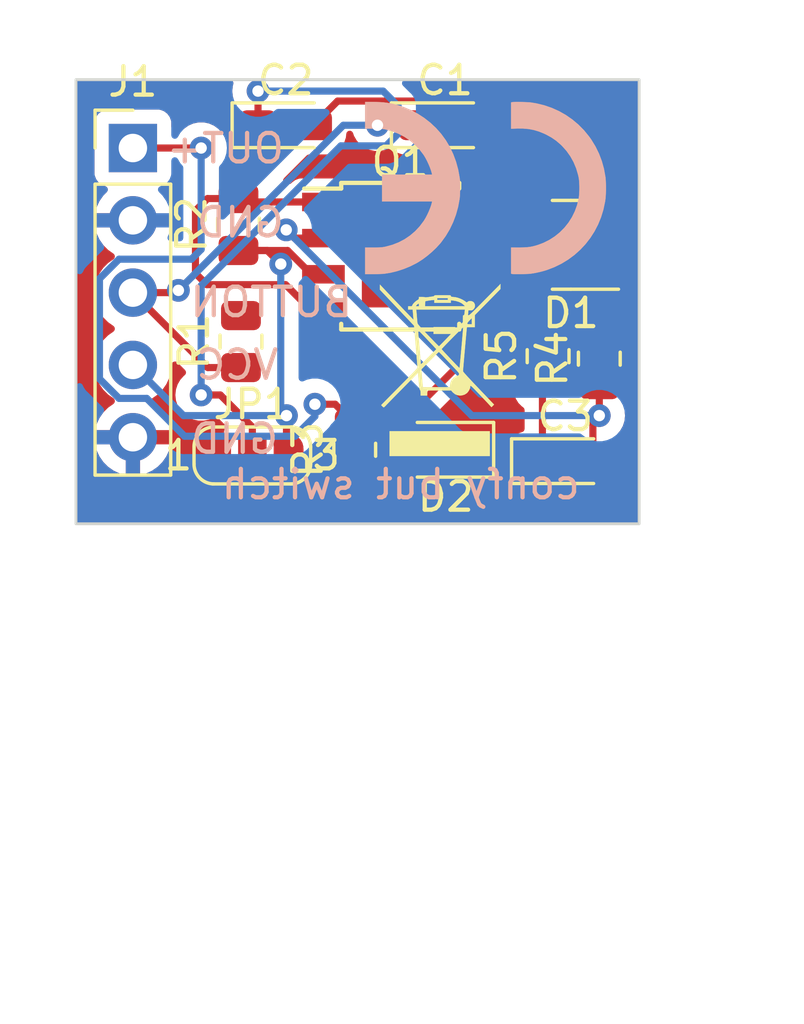
<source format=kicad_pcb>
(kicad_pcb (version 20221018) (generator pcbnew)
  (layers (0 "F.Cu" mixed) (31 "B.Cu" mixed) (34 "B.Paste" user) (35 "F.Paste" user) (36 "B.SilkS" user "B.Silkscreen") (37 "F.SilkS" user "F.Silkscreen") (38 "B.Mask" user) (39 "F.Mask" user) (44 "Edge.Cuts" user))
  (net 0 "")
  (net 1 "GND")
  (net 2 "BUT")
  (net 3 "Net-(JP1-C)")
  (net 4 "OUT+")
  (net 5 "Net-(C3-Pad2)")
  (net 6 "Net-(D1-K-Pad1)")
  (net 7 "VCC")
  (net 9 "Net-(C1-Pad2)")
  (net 10 "Net-(D2-A)")
  (footprint "Capacitor_Tantalum_SMD:CP_EIA-2012-12_Kemet-R_Pad1.30x1.05mm_HandSolder" (layer "F.Cu") (at 126.175 89.8)
    (fp_text reference "C1" (at 0 -1.58) (layer "F.SilkS"))
    (fp_text value "0.1uF")
    (fp_line (start -1.885 -0.785) (end -1.885 0.785) (stroke (width 0.12)) (layer "F.SilkS"))
    (fp_line (start -1.885 0.785) (end 1 0.785) (stroke (width 0.12)) (layer "F.SilkS"))
    (fp_line (start 1 -0.785) (end -1.885 -0.785) (stroke (width 0.12)) (layer "F.SilkS"))
    (pad "1" smd roundrect (at -0.975 0) (size 1.3 1.05) (layers "F.Cu" "F.Paste" "F.Mask") (roundrect_rratio 0.2380952381) (net 2 "BUT"))
    (pad "2" smd roundrect (at 0.975 0) (size 1.3 1.05) (layers "F.Cu" "F.Paste" "F.Mask") (roundrect_rratio 0.2380952381) (net 9 "Net-(C1-Pad2)"))
  )
  (footprint "Resistor_SMD:R_0805_2012Metric" (layer "F.Cu") (at 123 101.2 90)
    (fp_text reference "R3" (at 0 -1.65 90) (layer "F.SilkS"))
    (fp_text value "100k")
    (fp_line (start -0.227064 -0.735) (end 0.227064 -0.735) (stroke (width 0.12)) (layer "F.SilkS"))
    (fp_line (start -0.227064 0.735) (end 0.227064 0.735) (stroke (width 0.12)) (layer "F.SilkS"))
    (pad "1" smd roundrect (at -0.9125 0 90) (size 1.025 1.4) (layers "F.Cu" "F.Paste" "F.Mask") (roundrect_rratio 0.243902439) (net 10 "Net-(D2-A)"))
    (pad "2" smd roundrect (at 0.9125 0 90) (size 1.025 1.4) (layers "F.Cu" "F.Paste" "F.Mask") (roundrect_rratio 0.243902439) (net 4 "OUT+"))
  )
  (footprint "Package_TO_SOT_SMD:SOT-23" (layer "F.Cu") (at 130.6 94 180)
    (fp_text reference "D1" (at 0 -2.4) (layer "F.SilkS"))
    (fp_text value "BAV99")
    (fp_line (start 0 -1.56) (end -1.675 -1.56) (stroke (width 0.12)) (layer "F.SilkS"))
    (fp_line (start 0 -1.56) (end 0.65 -1.56) (stroke (width 0.12)) (layer "F.SilkS"))
    (fp_line (start 0 1.56) (end -0.65 1.56) (stroke (width 0.12)) (layer "F.SilkS"))
    (fp_line (start 0 1.56) (end 0.65 1.56) (stroke (width 0.12)) (layer "F.SilkS"))
    (pad "1" smd roundrect (at -0.9375 -0.95 180) (size 1.475 0.6) (layers "F.Cu" "F.Paste" "F.Mask") (net 6 "Net-(D1-K-Pad1)"))
    (pad "2" smd roundrect (at -0.9375 0.95 180) (size 1.475 0.6) (layers "F.Cu" "F.Paste" "F.Mask") (net 2 "BUT"))
    (pad "3" smd roundrect (at 0.9375 0 180) (size 1.475 0.6) (layers "F.Cu" "F.Paste" "F.Mask"))
  )
  (footprint "Symbol:WEEE-Logo_4.2x6mm_SilkScreen" (layer "F.Cu") (at 126 98.4)
    (fp_text reference "REF**" hide)
    (fp_text value "WEEE-Logo_4.2x6mm_SilkScreen" hide)
    (fp_poly (pts (xy 1.747822 3.017822) (xy -1.772971 3.017822) (xy -1.772971 2.150198) (xy 1.747822 2.150198) (xy 1.747822 3.017822)) (stroke (width 0.01)) (fill solid) (layer "F.SilkS"))
    (fp_poly (pts (xy 2.12443 -2.935152) (xy 2.123811 -2.848069) (xy 1.672086 -2.389109) (xy 1.220361 -1.930148) (xy 1.220032 -1.719529) (xy 1.219703 -1.508911) (xy 0.94461 -1.508911) (xy 0.937522 -1.45547) (xy 0.934838 -1.431112) (xy 0.930313 -1.385241) (xy 0.924191 -1.320595) (xy 0.916712 -1.239909) (xy 0.908119 -1.145919) (xy 0.898654 -1.041363) (xy 0.888558 -0.928975) (xy 0.878074 -0.811493) (xy 0.867444 -0.691652) (xy 0.856909 -0.572189) (xy 0.846713 -0.455841) (xy 0.837095 -0.345343) (xy 0.8283 -0.243431) (xy 0.820568 -0.152842) (xy 0.814142 -0.076313) (xy 0.809263 -0.016579) (xy 0.806175 0.023624) (xy 0.805117 0.041559) (xy 0.805118 0.041644) (xy 0.812827 0.056035) (xy 0.835981 0.085748) (xy 0.874895 0.131131) (xy 0.929884 0.192529) (xy 1.001264 0.270288) (xy 1.089349 0.364754) (xy 1.194454 0.476272) (xy 1.316895 0.605188) (xy 1.35131 0.641287) (xy 1.897137 1.213416) (xy 1.808881 1.301436) (xy 1.737485 1.223758) (xy 1.711366 1.195686) (xy 1.670566 1.152274) (xy 1.617777 1.096366) (xy 1.555691 1.030808) (xy 1.487 0.958441) (xy 1.414396 0.882112) (xy 1.37096 0.836524) (xy 1.289416 0.751119) (xy 1.223504 0.68271) (xy 1.171544 0.630053) (xy 1.131855 0.591905) (xy 1.102757 0.56702) (xy 1.082569 0.554156) (xy 1.06961 0.552068) (xy 1.0622 0.559513) (xy 1.058658 0.575246) (xy 1.057303 0.598023) (xy 1.057121 0.604239) (xy 1.047703 0.647061) (xy 1.024497 0.698819) (xy 0.992136 0.751328) (xy 0.955252 0.796403) (xy 0.940493 0.810328) (xy 0.864767 0.859047) (xy 0.776308 0.886306) (xy 0.6981 0.892773) (xy 0.609468 0.880576) (xy 0.527612 0.844813) (xy 0.455164 0.786722) (xy 0.441797 0.772262) (xy 0.392918 0.716733) (xy -0.452674 0.716733) (xy -0.452674 0.892773) (xy -0.67901 0.892773) (xy -0.67901 0.810531) (xy -0.68185 0.754386) (xy -0.691393 0.715416) (xy -0.702991 0.694219) (xy -0.711277 0.679052) (xy -0.718373 0.657062) (xy -0.724748 0.624987) (xy -0.730872 0.579569) (xy -0.737216 0.517548) (xy -0.74425 0.435662) (xy -0.749066 0.374746) (xy -0.771161 0.089343) (xy -1.313565 0.638805) (xy -1.411637 0.738228) (xy -1.505784 0.833815) (xy -1.594285 0.92381) (xy -1.67542 1.006457) (xy -1.747469 1.080001) (xy -1.808712 1.142684) (xy -1.857427 1.192752) (xy -1.891896 1.228448) (xy -1.910379 1.247995) (xy -1.940743 1.278944) (xy -1.966071 1.30053) (xy -1.979695 1.307723) (xy -1.997095 1.299297) (xy -2.02246 1.278245) (xy -2.031058 1.269671) (xy -2.067514 1.23162) (xy -1.866802 1.027658) (xy -1.815596 0.975699) (xy -1.749569 0.90882) (xy -1.671618 0.82995) (xy -1.584638 0.742014) (xy -1.491526 0.647941) (xy -1.395179 0.550658) (xy -1.298492 0.453093) (xy -1.229134 0.383145) (xy -1.123703 0.27655) (xy -1.035129 0.186307) (xy -0.962281 0.111192) (xy -0.904023 0.049986) (xy -0.859225 0.001466) (xy -0.837021 -0.023871) (xy -0.658724 -0.023871) (xy -0.636401 0.261555) (xy -0.629669 0.345219) (xy -0.623157 0.421727) (xy -0.617234 0.487081) (xy -0.612268 0.537281) (xy -0.608629 0.568329) (xy -0.607458 0.575273) (xy -0.600838 0.603565) (xy 0.348636 0.603565) (xy 0.354974 0.524606) (xy 0.37411 0.431315) (xy 0.414154 0.348791) (xy 0.472582 0.280038) (xy 0.546871 0.228063) (xy 0.630252 0.196863) (xy 0.657302 0.182228) (xy 0.670844 0.150819) (xy 0.671128 0.149434) (xy 0.672753 0.136174) (xy 0.670744 0.122595) (xy 0.663142 0.106181) (xy 0.647984 0.084411) (xy 0.623312 0.054767) (xy 0.587164 0.014732) (xy 0.53758 -0.038215) (xy 0.472599 -0.106591) (xy 0.468401 -0.110995) (xy 0.398507 -0.184389) (xy 0.3242 -0.262563) (xy 0.250586 -0.340136) (xy 0.182771 -0.411725) (xy 0.12586 -0.471949) (xy 0.113168 -0.485413) (xy 0.064513 -0.53618) (xy 0.021291 -0.579625) (xy -0.013395 -0.612759) (xy -0.036444 -0.632595) (xy -0.044182 -0.636954) (xy -0.055722 -0.62783) (xy -0.08271 -0.6028) (xy -0.123021 -0.563948) (xy -0.174529 -0.513357) (xy -0.235109 -0.453112) (xy -0.302636 -0.385296) (xy -0.357826 -0.329435) (xy -0.658724 -0.023871) (xy -0.837021 -0.023871) (xy -0.826751 -0.035589) (xy -0.805471 -0.062401) (xy -0.794251 -0.080192) (xy -0.791754 -0.08843) (xy -0.7927 -0.10641) (xy -0.795573 -0.147108) (xy -0.800187 -0.208181) (xy -0.806358 -0.287287) (xy -0.813898 -0.382086) (xy -0.822621 -0.490233) (xy -0.832343 -0.609388) (xy -0.842876 -0.737209) (xy -0.851365 -0.839365) (xy -0.899396 -1.415326) (xy -0.775805 -1.415326) (xy -0.775273 -1.402896) (xy -0.772769 -1.36789) (xy -0.768496 -1.312785) (xy -0.762653 -1.240057) (xy -0.755443 -1.152186) (xy -0.747066 -1.051649) (xy -0.737723 -0.940923) (xy -0.728758 -0.835795) (xy -0.718602 -0.716517) (xy -0.709142 -0.60392) (xy -0.700596 -0.500695) (xy -0.693179 -0.409527) (xy -0.687108 -0.333105) (xy -0.682601 -0.274117) (xy -0.679873 -0.235251) (xy -0.679116 -0.220156) (xy -0.677935 -0.210762) (xy -0.673256 -0.207034) (xy -0.663276 -0.210529) (xy -0.64619 -0.222801) (xy -0.620196 -0.245406) (xy -0.58349 -0.2799) (xy -0.534267 -0.327838) (xy -0.470726 -0.390776) (xy -0.403305 -0.458032) (xy -0.127601 -0.733523) (xy -0.129533 -0.735594) (xy 0.05271 -0.735594) (xy 0.061016 -0.72422) (xy 0.084267 -0.697437) (xy 0.120135 -0.657708) (xy 0.166287 -0.607493) (xy 0.220394 -0.549254) (xy 0.280126 -0.485453) (xy 0.343152 -0.418551) (xy 0.407142 -0.35101) (xy 0.469764 -0.28529) (xy 0.52869 -0.223854) (xy 0.581588 -0.169163) (xy 0.626128 -0.123678) (xy 0.65998 -0.089862) (xy 0.680812 -0.070174) (xy 0.686494 -0.066163) (xy 0.688366 -0.079109) (xy 0.692254 -0.114866) (xy 0.697943 -0.171196) (xy 0.705219 -0.24586) (xy 0.713869 -0.33662) (xy 0.723678 -0.441238) (xy 0.734434 -0.557474) (xy 0.745921 -0.683092) (xy 0.755093 -0.784382) (xy 0.766826 -0.915721) (xy 0.777665 -1.039448) (xy 0.78743 -1.153319) (xy 0.795937 -1.255089) (xy 0.803005 -1.342513) (xy 0.808451 -1.413347) (xy 0.812092 -1.465347) (xy 0.813747 -1.496268) (xy 0.813558 -1.504297) (xy 0.803666 -1.497146) (xy 0.778476 -1.474159) (xy 0.74019 -1.437561) (xy 0.691011 -1.389578) (xy 0.633139 -1.332434) (xy 0.568778 -1.268353) (xy 0.500129 -1.199562) (xy 0.429395 -1.128284) (xy 0.358778 -1.056745) (xy 0.29048 -0.98717) (xy 0.226704 -0.921783) (xy 0.16965 -0.862809) (xy 0.121522 -0.812473) (xy 0.084522 -0.773001) (xy 0.060852 -0.746617) (xy 0.05271 -0.735594) (xy -0.129533 -0.735594) (xy -0.230409 -0.843705) (xy -0.282768 -0.899623) (xy -0.341535 -0.962052) (xy -0.404385 -1.028557) (xy -0.468995 -1.096702) (xy -0.533042 -1.164052) (xy -0.594203 -1.228172) (xy -0.650153 -1.286628) (xy -0.69857 -1.336982) (xy -0.73713 -1.376802) (xy -0.763509 -1.40365) (xy -0.775384 -1.415092) (xy -0.775805 -1.415326) (xy -0.899396 -1.415326) (xy -0.911401 -1.559274) (xy -1.511938 -2.190842) (xy -2.112475 -2.822411) (xy -2.112034 -2.910685) (xy -2.111592 -2.99896) (xy -2.014583 -2.895334) (xy -1.960291 -2.837537) (xy -1.896192 -2.769632) (xy -1.824016 -2.693428) (xy -1.745492 -2.610731) (xy -1.662349 -2.523347) (xy -1.576319 -2.433085) (xy -1.48913 -2.34175) (xy -1.402513 -2.251151) (xy -1.318197 -2.163093) (xy -1.237912 -2.079385) (xy -1.163387 -2.001833) (xy -1.096354 -1.932243) (xy -1.038541 -1.872424) (xy -0.991679 -1.824182) (xy -0.957496 -1.789324) (xy -0.937724 -1.769657) (xy -0.93339 -1.765884) (xy -0.933092 -1.779008) (xy -0.934731 -1.812611) (xy -0.938023 -1.86212) (xy -0.942682 -1.922963) (xy -0.944682 -1.947268) (xy -0.959577 -2.125049) (xy -0.842955 -2.125049) (xy -0.836934 -2.096757) (xy -0.833863 -2.074382) (xy -0.829548 -2.032283) (xy -0.824488 -1.975822) (xy -0.819181 -1.910365) (xy -0.817344 -1.886138) (xy -0.811927 -1.816579) (xy -0.806459 -1.751982) (xy -0.801488 -1.698452) (xy -0.797561 -1.66209) (xy -0.796675 -1.655491) (xy -0.793334 -1.641944) (xy -0.786101 -1.626086) (xy -0.77344 -1.606139) (xy -0.753811 -1.580327) (xy -0.725678 -1.546871) (xy -0.687502 -1.503993) (xy -0.637746 -1.449917) (xy -0.574871 -1.382864) (xy -0.497341 -1.301057) (xy -0.418251 -1.21805) (xy -0.339564 -1.135906) (xy -0.266112 -1.059831) (xy -0.199724 -0.991675) (xy -0.142227 -0.933288) (xy -0.095451 -0.886519) (xy -0.061224 -0.853218) (xy -0.041373 -0.835233) (xy -0.03714 -0.832558) (xy -0.026003 -0.842259) (xy 0.000029 -0.867559) (xy 0.03843 -0.905918) (xy 0.086672 -0.9548) (xy 0.14223 -1.011666) (xy 0.182408 -1.053094) (xy 0.392169 -1.27) (xy -0.226337 -1.27) (xy -0.226337 -1.508911) (xy 0.528119 -1.508911) (xy 0.528119 -1.402458) (xy 0.666435 -1.540346) (xy 0.764553 -1.63816) (xy 0.955643 -1.63816) (xy 0.957471 -1.62273) (xy 0.966723 -1.614133) (xy 0.98905 -1.610387) (xy 1.030105 -1.609511) (xy 1.037376 -1.609505) (xy 1.119109 -1.609505) (xy 1.119109 -1.828828) (xy 1.037376 -1.747821) (xy 0.99127 -1.698572) (xy 0.963694 -1.660841) (xy 0.955643 -1.63816) (xy 0.764553 -1.63816) (xy 0.804752 -1.678234) (xy 0.804752 -1.801048) (xy 0.805137 -1.85755) (xy 0.8069 -1.893495) (xy 0.81095 -1.91347) (xy 0.818199 -1.922063) (xy 0.82913 -1.923861) (xy 0.841288 -1.926502) (xy 0.850273 -1.937088) (xy 0.857174 -1.959619) (xy 0.863076 -1.998091) (xy 0.869065 -2.056502) (xy 0.870987 -2.077896) (xy 0.875148 -2.125049) (xy -0.842955 -2.125049) (xy -0.959577 -2.125049) (xy -1.119109 -2.125049) (xy -1.119109 -2.238218) (xy -1.051314 -2.238218) (xy -1.011662 -2.239304) (xy -0.990116 -2.244546) (xy -0.98748 -2.247666) (xy -0.848616 -2.247666) (xy -0.841308 -2.240538) (xy -0.815993 -2.238338) (xy -0.798908 -2.238218) (xy -0.741881 -2.238218) (xy -0.529221 -2.238218) (xy 0.885302 -2.238218) (xy 0.837458 -2.287214) (xy 0.76315 -2.347676) (xy 0.671184 -2.394309) (xy 0.560002 -2.427751) (xy 0.449529 -2.446247) (xy 0.377227 -2.454878) (xy 0.377227 -2.36396) (xy -0.201188 -2.36396) (xy -0.201188 -2.467107) (xy -0.286065 -2.458504) (xy -0.345368 -2.451244) (xy -0.408551 -2.441621) (xy -0.446386 -2.434748) (xy -0.521832 -2.419593) (xy -0.525526 -2.328905) (xy -0.529221 -2.238218) (xy -0.741881 -2.238218) (xy -0.741881 -2.288515) (xy -0.743544 -2.320024) (xy -0.747697 -2.337537) (xy -0.749371 -2.338812) (xy -0.767987 -2.330746) (xy -0.795183 -2.31118) (xy -0.822448 -2.287056) (xy -0.841267 -2.265318) (xy -0.842943 -2.262492) (xy -0.848616 -2.247666) (xy -0.98748 -2.247666) (xy -0.979662 -2.256919) (xy -0.975442 -2.270396) (xy -0.958219 -2.305373) (xy -0.925138 -2.347421) (xy -0.881893 -2.390644) (xy -0.834174 -2.429146) (xy -0.80283 -2.449199) (xy -0.767123 -2.471149) (xy -0.748819 -2.489589) (xy -0.742388 -2.511332) (xy -0.741894 -2.524282) (xy -0.741894 -2.527425) (xy -0.100594 -2.527425) (xy -0.100594 -2.464554) (xy 0.276633 -2.464554) (xy 0.276633 -2.527425) (xy -0.100594 -2.527425) (xy -0.741894 -2.527425) (xy -0.741881 -2.565148) (xy -0.636048 -2.565148) (xy -0.587355 -2.563971) (xy -0.549405 -2.560835) (xy -0.528308 -2.556329) (xy -0.526023 -2.554505) (xy -0.512641 -2.551705) (xy -0.480074 -2.552852) (xy -0.433916 -2.557607) (xy -0.402376 -2.561997) (xy -0.345188 -2.570622) (xy -0.292886 -2.578409) (xy -0.253582 -2.584153) (xy -0.242055 -2.585785) (xy -0.211937 -2.595112) (xy -0.201188 -2.609728) (xy -0.19792 -2.61568) (xy -0.18623 -2.620222) (xy -0.163288 -2.62353) (xy -0.126265 -2.625785) (xy -0.072332 -2.627166) (xy 0.00134 -2.62785) (xy 0.08802 -2.62802) (xy 0.180529 -2.627923) (xy 0.250906 -2.62747) (xy 0.302164 -2.62641) (xy 0.33732 -2.624497) (xy 0.359389 -2.621481) (xy 0.371385 -2.617115) (xy 0.376324 -2.611151) (xy 0.377227 -2.604216) (xy 0.384921 -2.582205) (xy 0.410121 -2.569679) (xy 0.456009 -2.565212) (xy 0.464264 -2.565148) (xy 0.541973 -2.557132) (xy 0.630233 -2.535064) (xy 0.721085 -2.501916) (xy 0.80657 -2.460661) (xy 0.878726 -2.414269) (xy 0.888072 -2.406918) (xy 0.918533 -2.383002) (xy 0.936572 -2.373424) (xy 0.949169 -2.37652) (xy 0.9621 -2.389296) (xy 1.000293 -2.414322) (xy 1.049998 -2.423929) (xy 1.103524 -2.418933) (xy 1.153178 -2.400149) (xy 1.191267 -2.368394) (xy 1.194025 -2.364703) (xy 1.222526 -2.305425) (xy 1.227828 -2.244066) (xy 1.210518 -2.185573) (xy 1.17118 -2.134896) (xy 1.16637 -2.130711) (xy 1.13844 -2.110833) (xy 1.110102 -2.102079) (xy 1.070263 -2.101447) (xy 1.060311 -2.102008) (xy 1.021332 -2.103438) (xy 1.001254 -2.100161) (xy 0.993985 -2.090272) (xy 0.99324 -2.081039) (xy 0.991716 -2.054256) (xy 0.987935 -2.013975) (xy 0.985218 -1.989876) (xy 0.981277 -1.951599) (xy 0.982916 -1.932004) (xy 0.992421 -1.924842) (xy 1.009351 -1.923861) (xy 1.019392 -1.927099) (xy 1.03559 -1.93758) (xy 1.059145 -1.956452) (xy 1.091257 -1.984865) (xy 1.133128 -2.023965) (xy 1.185957 -2.074903) (xy 1.250945 -2.138827) (xy 1.329291 -2.216886) (xy 1.422197 -2.310228) (xy 1.530863 -2.420002) (xy 1.583231 -2.473048) (xy 2.125049 -3.022233) (xy 2.12443 -2.935152)) (stroke (width 0.01)) (fill solid) (layer "F.SilkS"))
  )
  (footprint "Jumper:SolderJumper-3_P1.3mm_Open_RoundedPad1.0x1.5mm_NumberLabels" (layer "F.Cu") (at 119.4 101.4)
    (fp_text reference "JP1" (at 0 -1.8) (layer "F.SilkS"))
    (fp_text value "Jumper_3_Open")
    (fp_text user "1" (at -2.6 0) (layer "F.SilkS"))
    (fp_text user "3" (at 2.6 0) (layer "F.SilkS"))
    (fp_line (start -2.05 0.3) (end -2.05 -0.3) (stroke (width 0.12)) (layer "F.SilkS"))
    (fp_line (start -1.4 -1) (end 1.4 -1) (stroke (width 0.12)) (layer "F.SilkS"))
    (fp_line (start 1.4 1) (end -1.4 1) (stroke (width 0.12)) (layer "F.SilkS"))
    (fp_line (start 2.05 -0.3) (end 2.05 0.3) (stroke (width 0.12)) (layer "F.SilkS"))
    (fp_arc (start -2.05 -0.3) (mid -1.844975 -0.794975) (end -1.35 -1) (stroke (width 0.12)) (layer "F.SilkS"))
    (fp_arc (start -1.35 1) (mid -1.844975 0.794975) (end -2.05 0.3) (stroke (width 0.12)) (layer "F.SilkS"))
    (fp_arc (start 1.35 -1) (mid 1.844975 -0.794975) (end 2.05 -0.3) (stroke (width 0.12)) (layer "F.SilkS"))
    (fp_arc (start 2.05 0.3) (mid 1.844975 0.794975) (end 1.35 1) (stroke (width 0.12)) (layer "F.SilkS"))
    (pad "1" smd custom (at -1.3 0) (size 1 0.5) (layers "F.Cu" "F.Mask") (net 1 "GND") (options (clearance outline) (anchor rect)) (primitives (gr_circle (center 0 0.25) (end 0.5 0.25) (width 0) (fill yes)) (gr_circle (center 0 -0.25) (end 0.5 -0.25) (width 0) (fill yes)) (gr_poly (pts (xy 0.55 0.75) (xy 0 0.75) (xy 0 -0.75) (xy 0.55 -0.75)) (width 0) (fill yes))))
    (pad "2" smd rect (at 0 0) (size 1 1.5) (layers "F.Cu" "F.Mask") (net 3 "Net-(JP1-C)"))
    (pad "3" smd custom (at 1.3 0) (size 1 0.5) (layers "F.Cu" "F.Mask") (net 7 "VCC") (options (clearance outline) (anchor rect)) (primitives (gr_circle (center 0 0.25) (end 0.5 0.25) (width 0) (fill yes)) (gr_circle (center 0 -0.25) (end 0.5 -0.25) (width 0) (fill yes)) (gr_poly (pts (xy 0 0.75) (xy -0.55 0.75) (xy -0.55 -0.75) (xy 0 -0.75)) (width 0) (fill yes))))
  )
  (footprint "LED_SMD:LED_0805_2012Metric" (layer "F.Cu") (at 126.2 101.2 180)
    (fp_text reference "D2" (at 0 -1.65) (layer "F.SilkS"))
    (fp_text value "LED")
    (fp_line (start -1.685 -0.96) (end -1.685 0.96) (stroke (width 0.12)) (layer "F.SilkS"))
    (fp_line (start -1.685 0.96) (end 1 0.96) (stroke (width 0.12)) (layer "F.SilkS"))
    (fp_line (start 1 -0.96) (end -1.685 -0.96) (stroke (width 0.12)) (layer "F.SilkS"))
    (pad "1" smd roundrect (at -0.9375 0 180) (size 0.975 1.4) (layers "F.Cu" "F.Paste" "F.Mask") (net 1 "GND"))
    (pad "2" smd roundrect (at 0.9375 0 180) (size 0.975 1.4) (layers "F.Cu" "F.Paste" "F.Mask") (net 10 "Net-(D2-A)"))
  )
  (footprint "Resistor_SMD:R_0805_2012Metric" (layer "F.Cu") (at 131.6 98 90)
    (fp_text reference "R4" (at 0 -1.65 90) (layer "F.SilkS"))
    (fp_text value "300k")
    (fp_line (start -0.227064 -0.735) (end 0.227064 -0.735) (stroke (width 0.12)) (layer "F.SilkS"))
    (fp_line (start -0.227064 0.735) (end 0.227064 0.735) (stroke (width 0.12)) (layer "F.SilkS"))
    (pad "1" smd roundrect (at -0.9125 0 90) (size 1.025 1.4) (layers "F.Cu" "F.Paste" "F.Mask") (roundrect_rratio 0.243902439) (net 5 "Net-(C3-Pad2)"))
    (pad "2" smd roundrect (at 0.9125 0 90) (size 1.025 1.4) (layers "F.Cu" "F.Paste" "F.Mask") (roundrect_rratio 0.243902439) (net 6 "Net-(D1-K-Pad1)"))
  )
  (footprint "Connector_PinHeader_2.54mm:PinHeader_1x05_P2.54mm_Vertical" (layer "F.Cu") (at 115.2 90.6)
    (fp_text reference "J1" (at 0 -2.33) (layer "F.SilkS"))
    (fp_text value "Conn_01x05")
    (fp_line (start -1.33 -1.33) (end 0 -1.33) (stroke (width 0.12)) (layer "F.SilkS"))
    (fp_line (start -1.33 0) (end -1.33 -1.33) (stroke (width 0.12)) (layer "F.SilkS"))
    (fp_line (start -1.33 1.27) (end -1.33 11.49) (stroke (width 0.12)) (layer "F.SilkS"))
    (fp_line (start -1.33 1.27) (end 1.33 1.27) (stroke (width 0.12)) (layer "F.SilkS"))
    (fp_line (start -1.33 11.49) (end 1.33 11.49) (stroke (width 0.12)) (layer "F.SilkS"))
    (fp_line (start 1.33 1.27) (end 1.33 11.49) (stroke (width 0.12)) (layer "F.SilkS"))
    (pad "1" thru_hole rect (at 0 0) (size 1.7 1.7) (drill 1) (layers "*.Cu" "*.Mask") (net 4 "OUT+"))
    (pad "2" thru_hole oval (at 0 2.54) (size 1.7 1.7) (drill 1) (layers "*.Cu" "*.Mask") (net 1 "GND"))
    (pad "3" thru_hole oval (at 0 5.08) (size 1.7 1.7) (drill 1) (layers "*.Cu" "*.Mask") (net 2 "BUT"))
    (pad "4" thru_hole oval (at 0 7.62) (size 1.7 1.7) (drill 1) (layers "*.Cu" "*.Mask") (net 7 "VCC"))
    (pad "5" thru_hole oval (at 0 10.16) (size 1.7 1.7) (drill 1) (layers "*.Cu" "*.Mask") (net 1 "GND"))
  )
  (footprint "Resistor_SMD:R_0805_2012Metric" (layer "F.Cu") (at 119 97.4 90)
    (fp_text reference "R1" (at 0 -1.65 90) (layer "F.SilkS"))
    (fp_text value "10k")
    (fp_line (start -0.227064 -0.735) (end 0.227064 -0.735) (stroke (width 0.12)) (layer "F.SilkS"))
    (fp_line (start -0.227064 0.735) (end 0.227064 0.735) (stroke (width 0.12)) (layer "F.SilkS"))
    (pad "1" smd roundrect (at -0.9125 0 90) (size 1.025 1.4) (layers "F.Cu" "F.Paste" "F.Mask") (roundrect_rratio 0.243902439) (net 2 "BUT"))
    (pad "2" smd roundrect (at 0.9125 0 90) (size 1.025 1.4) (layers "F.Cu" "F.Paste" "F.Mask") (roundrect_rratio 0.243902439) (net 7 "VCC"))
  )
  (footprint "Resistor_SMD:R_0805_2012Metric" (layer "F.Cu") (at 118.9125 93.2875 90)
    (fp_text reference "R2" (at 0 -1.65 90) (layer "F.SilkS"))
    (fp_text value "100k")
    (fp_line (start -0.227064 -0.735) (end 0.227064 -0.735) (stroke (width 0.12)) (layer "F.SilkS"))
    (fp_line (start -0.227064 0.735) (end 0.227064 0.735) (stroke (width 0.12)) (layer "F.SilkS"))
    (pad "1" smd roundrect (at -0.9125 0 90) (size 1.025 1.4) (layers "F.Cu" "F.Paste" "F.Mask") (roundrect_rratio 0.243902439) (net 7 "VCC"))
    (pad "2" smd roundrect (at 0.9125 0 90) (size 1.025 1.4) (layers "F.Cu" "F.Paste" "F.Mask") (roundrect_rratio 0.243902439) (net 9 "Net-(C1-Pad2)"))
  )
  (footprint "Resistor_SMD:R_0805_2012Metric" (layer "F.Cu") (at 129.8 97.9125 90)
    (fp_text reference "R5" (at 0 -1.65 90) (layer "F.SilkS"))
    (fp_text value "100k")
    (fp_line (start -0.227064 -0.735) (end 0.227064 -0.735) (stroke (width 0.12)) (layer "F.SilkS"))
    (fp_line (start -0.227064 0.735) (end 0.227064 0.735) (stroke (width 0.12)) (layer "F.SilkS"))
    (pad "1" smd roundrect (at -0.9125 0 90) (size 1.025 1.4) (layers "F.Cu" "F.Paste" "F.Mask") (roundrect_rratio 0.243902439) (net 4 "OUT+"))
    (pad "2" smd roundrect (at 0.9125 0 90) (size 1.025 1.4) (layers "F.Cu" "F.Paste" "F.Mask") (roundrect_rratio 0.243902439) (net 6 "Net-(D1-K-Pad1)"))
  )
  (footprint "Capacitor_Tantalum_SMD:CP_EIA-2012-12_Kemet-R_Pad1.30x1.05mm_HandSolder" (layer "F.Cu") (at 120.575 89.8)
    (fp_text reference "C2" (at 0 -1.58) (layer "F.SilkS"))
    (fp_text value "0.1uF")
    (fp_line (start -1.885 -0.785) (end -1.885 0.785) (stroke (width 0.12)) (layer "F.SilkS"))
    (fp_line (start -1.885 0.785) (end 1 0.785) (stroke (width 0.12)) (layer "F.SilkS"))
    (fp_line (start 1 -0.785) (end -1.885 -0.785) (stroke (width 0.12)) (layer "F.SilkS"))
    (pad "1" smd roundrect (at -0.975 0) (size 1.3 1.05) (layers "F.Cu" "F.Paste" "F.Mask") (roundrect_rratio 0.2380952381) (net 3 "Net-(JP1-C)"))
    (pad "2" smd roundrect (at 0.975 0) (size 1.3 1.05) (layers "F.Cu" "F.Paste" "F.Mask") (roundrect_rratio 0.2380952381) (net 9 "Net-(C1-Pad2)"))
  )
  (footprint "Capacitor_Tantalum_SMD:CP_EIA-2012-12_Kemet-R_Pad1.30x1.05mm_HandSolder" (layer "F.Cu") (at 130.4 101.6)
    (fp_text reference "C3" (at 0 -1.58) (layer "F.SilkS"))
    (fp_text value "10uF")
    (fp_line (start -1.885 -0.785) (end -1.885 0.785) (stroke (width 0.12)) (layer "F.SilkS"))
    (fp_line (start -1.885 0.785) (end 1 0.785) (stroke (width 0.12)) (layer "F.SilkS"))
    (fp_line (start 1 -0.785) (end -1.885 -0.785) (stroke (width 0.12)) (layer "F.SilkS"))
    (pad "1" smd roundrect (at -0.975 0) (size 1.3 1.05) (layers "F.Cu" "F.Paste" "F.Mask") (roundrect_rratio 0.2380952381) (net 4 "OUT+"))
    (pad "2" smd roundrect (at 0.975 0) (size 1.3 1.05) (layers "F.Cu" "F.Paste" "F.Mask") (roundrect_rratio 0.2380952381) (net 5 "Net-(C3-Pad2)"))
  )
  (footprint "Package_SO:Diodes_PSOP-8" (layer "F.Cu") (at 124.6 94.4)
    (fp_text reference "Q1" (at 0 -3.3) (layer "F.SilkS"))
    (fp_text value "IRF7319TRPBF")
    (fp_line (start -2.075 -2.575) (end -2.075 -2.375) (stroke (width 0.15)) (layer "F.SilkS"))
    (fp_line (start -2.075 -2.575) (end 2.075 -2.575) (stroke (width 0.15)) (layer "F.SilkS"))
    (fp_line (start -2.075 -2.375) (end -3.375 -2.375) (stroke (width 0.15)) (layer "F.SilkS"))
    (fp_line (start -2.075 2.575) (end -2.075 2.375) (stroke (width 0.15)) (layer "F.SilkS"))
    (fp_line (start -2.075 2.575) (end 2.075 2.575) (stroke (width 0.15)) (layer "F.SilkS"))
    (fp_line (start 2.075 -2.575) (end 2.075 -2.375) (stroke (width 0.15)) (layer "F.SilkS"))
    (fp_line (start 2.075 2.575) (end 2.075 2.375) (stroke (width 0.15)) (layer "F.SilkS"))
    (pad "1" smd rect (at -2.7 -1.905) (size 1.5 0.65) (layers "F.Cu" "F.Paste" "F.Mask") (net 9 "Net-(C1-Pad2)"))
    (pad "2" smd rect (at -2.7 -0.635) (size 1.5 0.65) (layers "F.Cu" "F.Paste" "F.Mask") (net 5 "Net-(C3-Pad2)"))
    (pad "3" smd rect (at -2.7 0.635) (size 1.5 0.65) (layers "F.Cu" "F.Paste" "F.Mask") (net 7 "VCC"))
    (pad "4" smd rect (at -2.7 1.905) (size 1.5 0.65) (layers "F.Cu" "F.Paste" "F.Mask") (net 9 "Net-(C1-Pad2)"))
    (pad "5" smd rect (at 2.7 1.905) (size 1.5 0.65) (layers "F.Cu" "F.Paste" "F.Mask") (net 4 "OUT+"))
    (pad "6" smd rect (at 2.7 0.635) (size 1.5 0.65) (layers "F.Cu" "F.Paste" "F.Mask") (net 4 "OUT+"))
    (pad "7" smd rect (at 2.7 -0.635) (size 1.5 0.65) (layers "F.Cu" "F.Paste" "F.Mask") (net 1 "GND"))
    (pad "8" smd rect (at 2.7 -1.905) (size 1.5 0.65) (layers "F.Cu" "F.Paste" "F.Mask") (net 1 "GND"))
    (pad "9" smd rect (at -0.675 -0.9) (size 1.35 1.8) (layers "F.Cu" "F.Paste" "F.Mask"))
    (pad "9" smd rect (at -0.675 0.9) (size 1.35 1.8) (layers "F.Cu" "F.Paste" "F.Mask"))
    (pad "9" smd rect (at 0.675 -0.9) (size 1.35 1.8) (layers "F.Cu" "F.Paste" "F.Mask"))
    (pad "9" smd rect (at 0.675 0.9) (size 1.35 1.8) (layers "F.Cu" "F.Paste" "F.Mask"))
  )
  (footprint "Symbol:CE-Logo_8.5x6mm_SilkScreen" (layer "B.Cu") (at 127.6 92 180)
    (fp_text reference "REF**" hide)
    (fp_text value "CE-Logo_8.5x6mm_SilkScreen" hide)
    (fp_poly (pts (xy -1.060813 3.015685) (xy -0.99633 3.014025) (xy -0.949697 3.011055) (xy -0.929349 3.007912) (xy -0.899583 2.999935) (xy -0.899583 2.07947) (xy -1.109119 2.086741) (xy -1.318953 2.086477) (xy -1.513141 2.069618) (xy -1.69758 2.034925) (xy -1.878168 1.981161) (xy -2.060803 1.907089) (xy -2.136511 1.871121) (xy -2.317062 1.772023) (xy -2.479702 1.660674) (xy -2.632099 1.531592) (xy -2.691378 1.474295) (xy -2.848015 1.299139) (xy -2.983527 1.10848) (xy -3.097234 0.903606) (xy -3.188456 0.685807) (xy -3.256515 0.456371) (xy -3.276674 0.363803) (xy -3.288823 0.279756) (xy -3.296934 0.176766) (xy -3.301015 0.062035) (xy -3.301074 -0.057234) (xy -3.297116 -0.173837) (xy -3.289149 -0.280571) (xy -3.277181 -0.370233) (xy -3.275943 -0.377031) (xy -3.220089 -0.605759) (xy -3.140701 -0.823965) (xy -3.039069 -1.030177) (xy -2.916478 -1.222928) (xy -2.774219 -1.400748) (xy -2.613579 -1.562168) (xy -2.435845 -1.705719) (xy -2.242307 -1.829931) (xy -2.034252 -1.933336) (xy -1.850763 -2.002535) (xy -1.747623 -2.034118) (xy -1.652893 -2.058129) (xy -1.56013 -2.075463) (xy -1.462894 -2.087016) (xy -1.354742 -2.09368) (xy -1.229233 -2.096352) (xy -1.174089 -2.096504) (xy -0.899583 -2.096186) (xy -0.899583 -3.013164) (xy -0.929349 -3.021141) (xy -0.954749 -3.024138) (xy -1.001744 -3.026203) (xy -1.06549 -3.027382) (xy -1.141142 -3.027723) (xy -1.223854 -3.027274) (xy -1.308783 -3.026083) (xy -1.391083 -3.024197) (xy -1.465909 -3.021663) (xy -1.528417 -3.018531) (xy -1.573762 -3.014847) (xy -1.574271 -3.014789) (xy -1.687271 -2.998341) (xy -1.814872 -2.973706) (xy -1.947338 -2.943083) (xy -2.074934 -2.908667) (xy -2.156016 -2.883536) (xy -2.420553 -2.782498) (xy -2.671277 -2.659513) (xy -2.907195 -2.515777) (xy -3.12732 -2.352487) (xy -3.33066 -2.170838) (xy -3.516227 -1.972026) (xy -3.68303 -1.757247) (xy -3.830079 -1.527698) (xy -3.956385 -1.284573) (xy -4.060958 -1.02907) (xy -4.142808 -0.762383) (xy -4.200945 -0.485709) (xy -4.214162 -0.396875) (xy -4.222618 -0.312107) (xy -4.228437 -0.208118) (xy -4.231618 -0.092009) (xy -4.232161 0.029113) (xy -4.230066 0.148146) (xy -4.225334 0.257986) (xy -4.217963 0.351528) (xy -4.214162 0.383646) (xy -4.163241 0.666294) (xy -4.087795 0.939386) (xy -3.988081 1.202286) (xy -3.864354 1.454363) (xy -3.716872 1.694983) (xy -3.638048 1.805782) (xy -3.45977 2.023277) (xy -3.263767 2.221656) (xy -3.051402 2.400118) (xy -2.824041 2.557867) (xy -2.583047 2.694103) (xy -2.329787 2.808029) (xy -2.065623 2.898847) (xy -1.791921 2.965759) (xy -1.60112 2.997187) (xy -1.548646 3.00251) (xy -1.479782 3.00707) (xy -1.399419 3.010788) (xy -1.31245 3.013587) (xy -1.223764 3.015388) (xy -1.138255 3.016113) (xy -1.060813 3.015685)) (stroke (width 0.01)) (fill solid) (layer "B.SilkS"))
    (fp_poly (pts (xy 4.233335 2.083594) (xy 3.938985 2.083305) (xy 3.83701 2.08288) (xy 3.756355 2.081592) (xy 3.691888 2.079086) (xy 3.638476 2.075004) (xy 3.590988 2.068992) (xy 3.544289 2.060692) (xy 3.510389 2.053564) (xy 3.280549 1.990246) (xy 3.061232 1.903988) (xy 2.854201 1.795991) (xy 2.66122 1.667456) (xy 2.484049 1.519582) (xy 2.324453 1.35357) (xy 2.184193 1.170621) (xy 2.159554 1.133551) (xy 2.107756 1.046598) (xy 2.054855 0.94518) (xy 2.003836 0.836134) (xy 1.957682 0.726298) (xy 1.919375 0.622512) (xy 1.891898 0.531612) (xy 1.885804 0.506016) (xy 1.876439 0.463021) (xy 3.638021 0.463021) (xy 3.638021 -0.47625) (xy 1.876439 -0.47625) (xy 1.885804 -0.519244) (xy 1.910864 -0.610611) (xy 1.948352 -0.716469) (xy 1.995185 -0.829878) (xy 2.048282 -0.943892) (xy 2.10456 -1.051569) (xy 2.160936 -1.145967) (xy 2.170392 -1.160319) (xy 2.314134 -1.351791) (xy 2.475333 -1.52363) (xy 2.65299 -1.675163) (xy 2.846109 -1.805719) (xy 3.053691 -1.914624) (xy 3.274738 -2.001206) (xy 3.508255 -2.064794) (xy 3.513956 -2.066021) (xy 3.566538 -2.076622) (xy 3.614958 -2.084513) (xy 3.664609 -2.090078) (xy 3.720881 -2.093702) (xy 3.789168 -2.095769) (xy 3.874859 -2.096664) (xy 3.945599 -2.096799) (xy 4.233333 -2.096776) (xy 4.233333 -3.029479) (xy 3.945599 -3.027762) (xy 3.853624 -3.026709) (xy 3.763891 -3.024766) (xy 3.682158 -3.022126) (xy 3.614179 -3.018981) (xy 3.565711 -3.015526) (xy 3.558646 -3.014789) (xy 3.333237 -2.978594) (xy 3.101386 -2.921376) (xy 2.869425 -2.845284) (xy 2.643685 -2.752465) (xy 2.430499 -2.645068) (xy 2.374697 -2.613135) (xy 2.211156 -2.507667) (xy 2.045214 -2.383545) (xy 1.883427 -2.246431) (xy 1.73235 -2.101982) (xy 1.59854 -1.955859) (xy 1.561993 -1.911607) (xy 1.400673 -1.690012) (xy 1.259348 -1.452378) (xy 1.139025 -1.201089) (xy 1.040711 -0.938532) (xy 0.965412 -0.667092) (xy 0.914135 -0.389155) (xy 0.91159 -0.370416) (xy 0.904641 -0.298751) (xy 0.899708 -0.208046) (xy 0.896792 -0.104923) (xy 0.895895 0.003991) (xy 0.897019 0.112075) (xy 0.900166 0.212702) (xy 0.905338 0.299248) (xy 0.911383 0.357188) (xy 0.963339 0.642106) (xy 1.038569 0.917646) (xy 1.136391 1.182191) (xy 1.256121 1.434123) (xy 1.397076 1.671823) (xy 1.558573 1.893675) (xy 1.561993 1.897921) (xy 1.74228 2.100879) (xy 1.941422 2.287344) (xy 2.156973 2.455786) (xy 2.386485 2.604675) (xy 2.627509 2.732483) (xy 2.8776 2.837678) (xy 3.134309 2.918733) (xy 3.234619 2.943231) (xy 3.35853 2.969062) (xy 3.4737 2.988408) (xy 3.58752 3.002019) (xy 3.707385 3.010644) (xy 3.840687 3.015032) (xy 3.952213 3.015992) (xy 4.233333 3.01625) (xy 4.233335 2.083594)) (stroke (width 0.01)) (fill solid) (layer "B.SilkS"))
  )
  (gr_rect (start 113.2 88.2) (end 133 103.8) (stroke (width 0.1)) (fill none) (layer "Edge.Cuts"))
  (gr_text "BUTTON" (at 123 96.6) (layer "B.SilkS") (effects (font (size 1 1)) (justify left bottom mirror)))
  (gr_text "GND" (at 120.4 101.4) (layer "B.SilkS") (effects (font (size 1 1)) (justify left bottom mirror)))
  (gr_text "GND\n" (at 120.6 93.8) (layer "B.SilkS") (effects (font (size 1 1)) (justify left bottom mirror)))
  (gr_text "VCC" (at 120.4 98.8) (layer "B.SilkS") (effects (font (size 1 1)) (justify left bottom mirror)))
  (gr_text "OUT+" (at 120.6 91.2) (layer "B.SilkS") (effects (font (size 1 1)) (justify left bottom mirror)))
  (gr_text "confy but switch" (at 131 103) (layer "B.SilkS") (effects (font (size 1 1)) (justify left bottom mirror)))
  (segment (start 115.2 95.68) (end 116.72 95.68) (width 0.25) (layer "F.Cu") (net 2))
  (segment (start 115.2 95.68) (end 117.8325 98.3125) (width 0.25) (layer "F.Cu") (net 2))
  (segment (start 123.8 89.8) (end 125.2 89.8) (width 0.25) (layer "F.Cu") (net 2))
  (segment (start 117.8325 98.3125) (end 119 98.3125) (width 0.25) (layer "F.Cu") (net 2))
  (segment (start 129.1375 90.65) (end 126.05 90.65) (width 0.25) (layer "F.Cu") (net 2))
  (segment (start 126.05 90.65) (end 125.2 89.8) (width 0.25) (layer "F.Cu") (net 2))
  (segment (start 131.5375 93.05) (end 129.1375 90.65) (width 0.25) (layer "F.Cu") (net 2))
  (segment (start 116.72 95.68) (end 116.8 95.6) (width 0.25) (layer "F.Cu") (net 2))
  (via (at 123.8 89.8) (size 0.8) (drill 0.4) (layers "F.Cu" "B.Cu") (net 2))
  (via (at 116.8 95.6) (size 0.8) (drill 0.4) (layers "F.Cu" "B.Cu") (net 2))
  (segment (start 122.6 89.8) (end 123.8 89.8) (width 0.25) (layer "B.Cu") (net 2))
  (segment (start 116.8 95.6) (end 122.6 89.8) (width 0.25) (layer "B.Cu") (net 2))
  (segment (start 118.2755 99.2755) (end 117.6 99.2755) (width 0.25) (layer "F.Cu") (net 3))
  (segment (start 119.4 100.4) (end 118.2755 99.2755) (width 0.25) (layer "F.Cu") (net 3))
  (segment (start 119.4 101.4) (end 119.4 100.4) (width 0.25) (layer "F.Cu") (net 3))
  (segment (start 119.6 88.6) (end 119.6 89.8) (width 0.25) (layer "F.Cu") (net 3))
  (via (at 119.6 88.6) (size 0.8) (drill 0.4) (layers "F.Cu" "B.Cu") (net 3))
  (via (at 117.6 99.2755) (size 0.8) (drill 0.4) (layers "F.Cu" "B.Cu") (net 3))
  (segment (start 124.525 89.125) (end 124 88.6) (width 0.25) (layer "B.Cu") (net 3))
  (segment (start 124.525 90.100305) (end 124.525 89.125) (width 0.25) (layer "B.Cu") (net 3))
  (segment (start 117.6 99.2755) (end 117.6 95.436396) (width 0.25) (layer "B.Cu") (net 3))
  (segment (start 117.6 95.436396) (end 122.511396 90.525) (width 0.25) (layer "B.Cu") (net 3))
  (segment (start 124 88.6) (end 119.6 88.6) (width 0.25) (layer "B.Cu") (net 3))
  (segment (start 122.511396 90.525) (end 124.100305 90.525) (width 0.25) (layer "B.Cu") (net 3))
  (segment (start 124.100305 90.525) (end 124.525 90.100305) (width 0.25) (layer "B.Cu") (net 3))
  (segment (start 122.3125 99.6) (end 123 100.2875) (width 0.25) (layer "F.Cu") (net 4))
  (segment (start 129.425 101.6) (end 129.6 101.425) (width 0.25) (layer "F.Cu") (net 4))
  (segment (start 127.64 96.305) (end 130.36 99.025) (width 0.25) (layer "F.Cu") (net 4))
  (segment (start 127.3 96.305) (end 127.3 97.5875) (width 0.25) (layer "F.Cu") (net 4))
  (segment (start 127.3 97.5875) (end 124.6 100.2875) (width 0.25) (layer "F.Cu") (net 4))
  (segment (start 124.6 100.2875) (end 123 100.2875) (width 0.25) (layer "F.Cu") (net 4))
  (segment (start 115.2 90.6) (end 117.6 90.6) (width 0.25) (layer "F.Cu") (net 4))
  (segment (start 127.3 95.035) (end 127.3 96.305) (width 0.25) (layer "F.Cu") (net 4))
  (segment (start 121.6 99.6) (end 122.3125 99.6) (width 0.25) (layer "F.Cu") (net 4))
  (segment (start 127.3 96.305) (end 127.48 96.305) (width 0.25) (layer "F.Cu") (net 4))
  (segment (start 129.6 101.425) (end 129.6 99.025) (width 0.25) (layer "F.Cu") (net 4))
  (via (at 121.6 99.6) (size 0.8) (drill 0.4) (layers "F.Cu" "B.Cu") (net 4))
  (via (at 117.6 90.6) (size 0.8) (drill 0.4) (layers "F.Cu" "B.Cu") (net 4))
  (segment (start 117.6 90.6) (end 117.6 94.163604) (width 0.25) (layer "B.Cu") (net 4))
  (segment (start 117.016701 100.725) (end 120.900305 100.725) (width 0.25) (layer "B.Cu") (net 4))
  (segment (start 115.686701 99.395) (end 117.016701 100.725) (width 0.25) (layer "B.Cu") (net 4))
  (segment (start 114.713299 94.505) (end 114.025 95.193299) (width 0.25) (layer "B.Cu") (net 4))
  (segment (start 114.713299 99.395) (end 115.686701 99.395) (width 0.25) (layer "B.Cu") (net 4))
  (segment (start 117.6 94.163604) (end 117.258604 94.505) (width 0.25) (layer "B.Cu") (net 4))
  (segment (start 120.900305 100.725) (end 121.6 100.025305) (width 0.25) (layer "B.Cu") (net 4))
  (segment (start 114.025 98.706701) (end 114.713299 99.395) (width 0.25) (layer "B.Cu") (net 4))
  (segment (start 114.025 95.193299) (end 114.025 98.706701) (width 0.25) (layer "B.Cu") (net 4))
  (segment (start 117.258604 94.505) (end 114.713299 94.505) (width 0.25) (layer "B.Cu") (net 4))
  (segment (start 121.6 100.025305) (end 121.6 99.6) (width 0.25) (layer "B.Cu") (net 4))
  (segment (start 131.375 101.6) (end 131.375 100.225) (width 0.25) (layer "F.Cu") (net 5))
  (segment (start 131.6 98.9125) (end 131.6 100) (width 0.25) (layer "F.Cu") (net 5))
  (segment (start 131.375 100.225) (end 131.6 100) (width 0.25) (layer "F.Cu") (net 5))
  (segment (start 121.9 93.765) (end 120.881307 93.765) (width 0.25) (layer "F.Cu") (net 5))
  (segment (start 120.881307 93.765) (end 120.591807 93.4755) (width 0.25) (layer "F.Cu") (net 5))
  (segment (start 121.9 93.765) (end 121.9 93.810498) (width 0.25) (layer "F.Cu") (net 5))
  (via (at 120.591807 93.4755) (size 0.8) (drill 0.4) (layers "F.Cu" "B.Cu") (net 5))
  (via (at 131.6 100) (size 0.8) (drill 0.4) (layers "F.Cu" "B.Cu") (net 5))
  (segment (start 131.6 100) (end 127.116307 100) (width 0.25) (layer "B.Cu") (net 5))
  (segment (start 127.116307 100) (end 120.591807 93.4755) (width 0.25) (layer "B.Cu") (net 5))
  (segment (start 129.6 97.2) (end 131.4875 97.2) (width 0.25) (layer "F.Cu") (net 6))
  (segment (start 131.4875 97.2) (end 131.6 97.0875) (width 0.25) (layer "F.Cu") (net 6))
  (segment (start 131.5375 94.95) (end 131.5375 97.025) (width 0.25) (layer "F.Cu") (net 6))
  (segment (start 131.5375 97.025) (end 131.6 97.0875) (width 0.25) (layer "F.Cu") (net 6))
  (segment (start 120.6 100) (end 120.6 101.3) (width 0.25) (layer "F.Cu") (net 7))
  (segment (start 118.9125 94.2) (end 119.9245 94.2) (width 0.25) (layer "F.Cu") (net 7))
  (segment (start 119.9245 94.2) (end 120.4 94.6755) (width 0.25) (layer "F.Cu") (net 7))
  (segment (start 120.6 101.3) (end 120.7 101.4) (width 0.25) (layer "F.Cu") (net 7))
  (segment (start 121.475 95.035) (end 120.64 94.2) (width 0.25) (layer "F.Cu") (net 7))
  (segment (start 121.9 95.035) (end 121.475 95.035) (width 0.25) (layer "F.Cu") (net 7))
  (segment (start 120.64 94.2) (end 118.9125 94.2) (width 0.25) (layer "F.Cu") (net 7))
  (via (at 120.4 94.6755) (size 0.8) (drill 0.4) (layers "F.Cu" "B.Cu") (net 7))
  (via (at 120.6 100) (size 0.8) (drill 0.4) (layers "F.Cu" "B.Cu") (net 7))
  (segment (start 120.4 94.6755) (end 120.4 99.8) (width 0.25) (layer "B.Cu") (net 7))
  (segment (start 120.4 99.8) (end 120.6 100) (width 0.25) (layer "B.Cu") (net 7))
  (segment (start 120.6 100) (end 116.98 100) (width 0.25) (layer "B.Cu") (net 7))
  (segment (start 116.98 100) (end 115.2 98.22) (width 0.25) (layer "B.Cu") (net 7))
  (segment (start 121.4875 89.8) (end 118.9125 92.375) (width 0.25) (layer "F.Cu") (net 9))
  (segment (start 117.4 95) (end 117.4 92.8) (width 0.25) (layer "F.Cu") (net 9))
  (segment (start 126.3 88.95) (end 122.4 88.95) (width 0.25) (layer "F.Cu") (net 9))
  (segment (start 121.55 89.8) (end 121.4875 89.8) (width 0.25) (layer "F.Cu") (net 9))
  (segment (start 122.4 88.95) (end 121.55 89.8) (width 0.25) (layer "F.Cu") (net 9))
  (segment (start 117.4 92.8) (end 117.825 92.375) (width 0.25) (layer "F.Cu") (net 9))
  (segment (start 120.57 95.4) (end 117.8 95.4) (width 0.25) (layer "F.Cu") (net 9))
  (segment (start 117.825 92.375) (end 118.9125 92.375) (width 0.25) (layer "F.Cu") (net 9))
  (segment (start 121.9 96.305) (end 121.475 96.305) (width 0.25) (layer "F.Cu") (net 9))
  (segment (start 118.9125 92.375) (end 119.0325 92.495) (width 0.25) (layer "F.Cu") (net 9))
  (segment (start 119.0325 92.495) (end 121.9 92.495) (width 0.25) (layer "F.Cu") (net 9))
  (segment (start 121.475 96.305) (end 120.57 95.4) (width 0.25) (layer "F.Cu") (net 9))
  (segment (start 117.8 95.4) (end 117.4 95) (width 0.25) (layer "F.Cu") (net 9))
  (segment (start 127.15 89.8) (end 126.3 88.95) (width 0.25) (layer "F.Cu") (net 9))
  (segment (start 124.35 102.1125) (end 125.2625 101.2) (width 0.25) (layer "F.Cu") (net 10))
  (segment (start 123 102.1125) (end 124.35 102.1125) (width 0.25) (layer "F.Cu") (net 10))
  (zone (net 1) (net_name "GND") (layers "F&B.Cu") (connect_pads thru_hole_only (clearance 0.5)) (min_thickness 0.25) (fill yes (thermal_gap 0.5) (thermal_bridge_width 0.5))
    (polygon (pts (xy 129.2 86.6) (xy 129.8 86.2) (xy 110.6 85.8) (xy 111 106.2) (xy 138.8 104.6) (xy 134.6 85.4) (xy 128.8 86.6) (xy 128.6 86)))
  )
)
</source>
